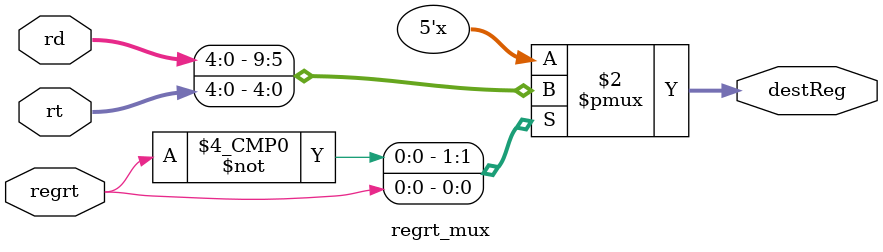
<source format=v>
`timescale 1ns / 1ps


module regrt_mux(
    input [4:0] rt,
    input [4:0] rd,
    input regrt,
    output reg [4:0] destReg
    );

    always @(*)begin
    case(regrt)
        
        1'b0:begin 
            destReg <= rd;
        end
        1'b1:begin
            destReg <= rt;
        end
    endcase
    
    end
endmodule

</source>
